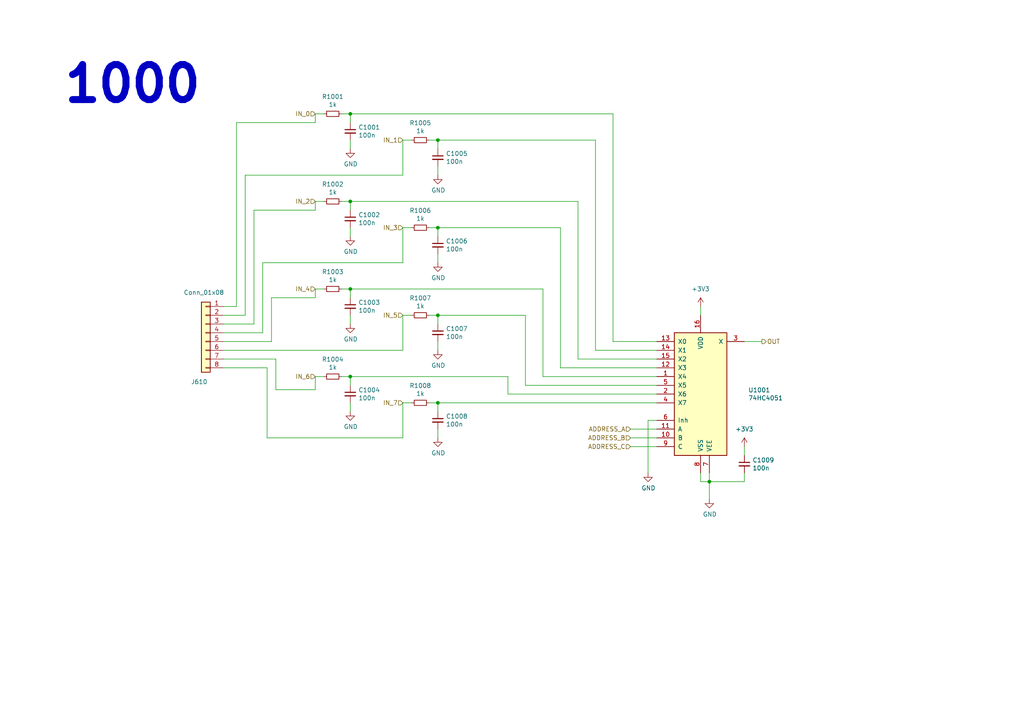
<source format=kicad_sch>
(kicad_sch (version 20250114) (generator "eeschema") (generator_version "9.0")
  (paper "A4")
  (lib_symbols
    (symbol "+3V3_1" (power) (pin_names (offset 0))
      (property "Value" "+3V3" (at 0 3.556 0))
      (symbol "+3V3_1_0_1"
        (polyline (pts (xy -0.762 1.27) (xy 0 2.54)))
        (polyline (pts (xy 0 2.54) (xy 0.762 1.27)))
        (polyline (pts (xy 0 0) (xy 0 2.54)))
      )
      (symbol "+3V3_1_1_1"
        (pin power_in line (at 0 0 90) (length 0) (hide yes) (name "+3V3") (number "1"))
      )
    )
    (symbol "CAP_1" (pin_numbers (hide yes)) (pin_names (offset 0.254) (hide yes))
      (property "Reference" "C" (at 0.254 1.778 0))
      (symbol "CAP_1_0_1"
        (polyline (pts (xy -1.524 0.508) (xy 1.524 0.508)) (stroke (width 0.3048)))
        (polyline (pts (xy -1.524 -0.508) (xy 1.524 -0.508)) (stroke (width 0.3302)))
      )
      (symbol "CAP_1_1_1"
        (pin passive line (at 0 2.54 270) (length 2.032) (name "~") (number "1"))
        (pin passive line (at 0 -2.54 90) (length 2.032) (name "~") (number "2"))
      )
    )
    (symbol "CAP_2" (pin_numbers (hide yes)) (pin_names (offset 0.254) (hide yes))
      (property "Reference" "C" (at 0.254 1.778 0))
      (symbol "CAP_2_0_1"
        (polyline (pts (xy -1.524 0.508) (xy 1.524 0.508)) (stroke (width 0.3048)))
        (polyline (pts (xy -1.524 -0.508) (xy 1.524 -0.508)) (stroke (width 0.3302)))
      )
      (symbol "CAP_2_1_1"
        (pin passive line (at 0 2.54 270) (length 2.032) (name "~") (number "1"))
        (pin passive line (at 0 -2.54 90) (length 2.032) (name "~") (number "2"))
      )
    )
    (symbol "CAP_3" (pin_numbers (hide yes)) (pin_names (offset 0.254) (hide yes))
      (property "Reference" "C" (at 0.254 1.778 0))
      (symbol "CAP_3_0_1"
        (polyline (pts (xy -1.524 0.508) (xy 1.524 0.508)) (stroke (width 0.3048)))
        (polyline (pts (xy -1.524 -0.508) (xy 1.524 -0.508)) (stroke (width 0.3302)))
      )
      (symbol "CAP_3_1_1"
        (pin passive line (at 0 2.54 270) (length 2.032) (name "~") (number "1"))
        (pin passive line (at 0 -2.54 90) (length 2.032) (name "~") (number "2"))
      )
    )
    (symbol "CAP_4" (pin_numbers (hide yes)) (pin_names (offset 0.254) (hide yes))
      (property "Reference" "C" (at 0.254 1.778 0))
      (symbol "CAP_4_0_1"
        (polyline (pts (xy -1.524 0.508) (xy 1.524 0.508)) (stroke (width 0.3048)))
        (polyline (pts (xy -1.524 -0.508) (xy 1.524 -0.508)) (stroke (width 0.3302)))
      )
      (symbol "CAP_4_1_1"
        (pin passive line (at 0 2.54 270) (length 2.032) (name "~") (number "1"))
        (pin passive line (at 0 -2.54 90) (length 2.032) (name "~") (number "2"))
      )
    )
    (symbol "CAP_5" (pin_numbers (hide yes)) (pin_names (offset 0.254) (hide yes))
      (property "Reference" "C" (at 0.254 1.778 0))
      (symbol "CAP_5_0_1"
        (polyline (pts (xy -1.524 0.508) (xy 1.524 0.508)) (stroke (width 0.3048)))
        (polyline (pts (xy -1.524 -0.508) (xy 1.524 -0.508)) (stroke (width 0.3302)))
      )
      (symbol "CAP_5_1_1"
        (pin passive line (at 0 2.54 270) (length 2.032) (name "~") (number "1"))
        (pin passive line (at 0 -2.54 90) (length 2.032) (name "~") (number "2"))
      )
    )
    (symbol "CAP_6" (pin_numbers (hide yes)) (pin_names (offset 0.254) (hide yes))
      (property "Reference" "C" (at 0.254 1.778 0))
      (symbol "CAP_6_0_1"
        (polyline (pts (xy -1.524 0.508) (xy 1.524 0.508)) (stroke (width 0.3048)))
        (polyline (pts (xy -1.524 -0.508) (xy 1.524 -0.508)) (stroke (width 0.3302)))
      )
      (symbol "CAP_6_1_1"
        (pin passive line (at 0 2.54 270) (length 2.032) (name "~") (number "1"))
        (pin passive line (at 0 -2.54 90) (length 2.032) (name "~") (number "2"))
      )
    )
    (symbol "CAP_7" (pin_numbers (hide yes)) (pin_names (offset 0.254) (hide yes))
      (property "Reference" "C" (at 0.254 1.778 0))
      (symbol "CAP_7_0_1"
        (polyline (pts (xy -1.524 0.508) (xy 1.524 0.508)) (stroke (width 0.3048)))
        (polyline (pts (xy -1.524 -0.508) (xy 1.524 -0.508)) (stroke (width 0.3302)))
      )
      (symbol "CAP_7_1_1"
        (pin passive line (at 0 2.54 270) (length 2.032) (name "~") (number "1"))
        (pin passive line (at 0 -2.54 90) (length 2.032) (name "~") (number "2"))
      )
    )
    (symbol "CAP_8" (pin_numbers (hide yes)) (pin_names (offset 0.254) (hide yes))
      (property "Reference" "C" (at 0.254 1.778 0))
      (symbol "CAP_8_0_1"
        (polyline (pts (xy -1.524 0.508) (xy 1.524 0.508)) (stroke (width 0.3048)))
        (polyline (pts (xy -1.524 -0.508) (xy 1.524 -0.508)) (stroke (width 0.3302)))
      )
      (symbol "CAP_8_1_1"
        (pin passive line (at 0 2.54 270) (length 2.032) (name "~") (number "1"))
        (pin passive line (at 0 -2.54 90) (length 2.032) (name "~") (number "2"))
      )
    )
    (symbol "Connector_Generic:Conn_01x08" (pin_names (offset 1.016) (hide yes))
      (property "Reference" "J" (at 0 10.16 0))
      (property "Value" "Conn_01x08" (at 0 -12.7 0))
      (symbol "Conn_01x08_1_1"
        (rectangle (start -1.27 8.89) (end 1.27 -11.43) (stroke (width 0.254)) (fill (type background)))
        (rectangle (start -1.27 7.747) (end 0 7.493) (stroke (width 0.1524)))
        (rectangle (start -1.27 5.207) (end 0 4.953) (stroke (width 0.1524)))
        (rectangle (start -1.27 2.667) (end 0 2.413) (stroke (width 0.1524)))
        (rectangle (start -1.27 0.127) (end 0 -0.127) (stroke (width 0.1524)))
        (rectangle (start -1.27 -2.413) (end 0 -2.667) (stroke (width 0.1524)))
        (rectangle (start -1.27 -4.953) (end 0 -5.207) (stroke (width 0.1524)))
        (rectangle (start -1.27 -7.493) (end 0 -7.747) (stroke (width 0.1524)))
        (rectangle (start -1.27 -10.033) (end 0 -10.287) (stroke (width 0.1524)))
        (pin passive line (at -5.08 7.62 0) (length 3.81) (name "Pin_1") (number "1"))
        (pin passive line (at -5.08 5.08 0) (length 3.81) (name "Pin_2") (number "2"))
        (pin passive line (at -5.08 2.54 0) (length 3.81) (name "Pin_3") (number "3"))
        (pin passive line (at -5.08 0 0) (length 3.81) (name "Pin_4") (number "4"))
        (pin passive line (at -5.08 -2.54 0) (length 3.81) (name "Pin_5") (number "5"))
        (pin passive line (at -5.08 -5.08 0) (length 3.81) (name "Pin_6") (number "6"))
        (pin passive line (at -5.08 -7.62 0) (length 3.81) (name "Pin_7") (number "7"))
        (pin passive line (at -5.08 -10.16 0) (length 3.81) (name "Pin_8") (number "8"))
      )
    )
    (symbol "GND_1" (power) (pin_names (offset 0))
      (property "Value" "GND" (at 0 -3.81 0))
      (symbol "GND_1_0_1"
        (polyline (pts (xy 0 0) (xy 0 -1.27) (xy 1.27 -1.27) (xy 0 -2.54) (xy -1.27 -1.27) (xy 0 -1.27)))
      )
      (symbol "GND_1_1_1"
        (pin power_in line (at 0 0 270) (length 0) (hide yes) (name "GND") (number "1"))
      )
    )
    (symbol "GND_2" (power) (pin_names (offset 0))
      (property "Value" "GND" (at 0 -3.81 0))
      (symbol "GND_2_0_1"
        (polyline (pts (xy 0 0) (xy 0 -1.27) (xy 1.27 -1.27) (xy 0 -2.54) (xy -1.27 -1.27) (xy 0 -1.27)))
      )
      (symbol "GND_2_1_1"
        (pin power_in line (at 0 0 270) (length 0) (hide yes) (name "GND") (number "1"))
      )
    )
    (symbol "GND_3" (power) (pin_names (offset 0))
      (property "Value" "GND" (at 0 -3.81 0))
      (symbol "GND_3_0_1"
        (polyline (pts (xy 0 0) (xy 0 -1.27) (xy 1.27 -1.27) (xy 0 -2.54) (xy -1.27 -1.27) (xy 0 -1.27)))
      )
      (symbol "GND_3_1_1"
        (pin power_in line (at 0 0 270) (length 0) (hide yes) (name "GND") (number "1"))
      )
    )
    (symbol "GND_4" (power) (pin_names (offset 0))
      (property "Value" "GND" (at 0 -3.81 0))
      (symbol "GND_4_0_1"
        (polyline (pts (xy 0 0) (xy 0 -1.27) (xy 1.27 -1.27) (xy 0 -2.54) (xy -1.27 -1.27) (xy 0 -1.27)))
      )
      (symbol "GND_4_1_1"
        (pin power_in line (at 0 0 270) (length 0) (hide yes) (name "GND") (number "1"))
      )
    )
    (symbol "GND_5" (power) (pin_names (offset 0))
      (property "Value" "GND" (at 0 -3.81 0))
      (symbol "GND_5_0_1"
        (polyline (pts (xy 0 0) (xy 0 -1.27) (xy 1.27 -1.27) (xy 0 -2.54) (xy -1.27 -1.27) (xy 0 -1.27)))
      )
      (symbol "GND_5_1_1"
        (pin power_in line (at 0 0 270) (length 0) (hide yes) (name "GND") (number "1"))
      )
    )
    (symbol "GND_6" (power) (pin_names (offset 0))
      (property "Value" "GND" (at 0 -3.81 0))
      (symbol "GND_6_0_1"
        (polyline (pts (xy 0 0) (xy 0 -1.27) (xy 1.27 -1.27) (xy 0 -2.54) (xy -1.27 -1.27) (xy 0 -1.27)))
      )
      (symbol "GND_6_1_1"
        (pin power_in line (at 0 0 270) (length 0) (hide yes) (name "GND") (number "1"))
      )
    )
    (symbol "GND_7" (power) (pin_names (offset 0))
      (property "Value" "GND" (at 0 -3.81 0))
      (symbol "GND_7_0_1"
        (polyline (pts (xy 0 0) (xy 0 -1.27) (xy 1.27 -1.27) (xy 0 -2.54) (xy -1.27 -1.27) (xy 0 -1.27)))
      )
      (symbol "GND_7_1_1"
        (pin power_in line (at 0 0 270) (length 0) (hide yes) (name "GND") (number "1"))
      )
    )
    (symbol "GND_8" (power) (pin_names (offset 0))
      (property "Value" "GND" (at 0 -3.81 0))
      (symbol "GND_8_0_1"
        (polyline (pts (xy 0 0) (xy 0 -1.27) (xy 1.27 -1.27) (xy 0 -2.54) (xy -1.27 -1.27) (xy 0 -1.27)))
      )
      (symbol "GND_8_1_1"
        (pin power_in line (at 0 0 270) (length 0) (hide yes) (name "GND") (number "1"))
      )
    )
    (symbol "GND_9" (power) (pin_names (offset 0))
      (property "Value" "GND" (at 0 -3.81 0))
      (symbol "GND_9_0_1"
        (polyline (pts (xy 0 0) (xy 0 -1.27) (xy 1.27 -1.27) (xy 0 -2.54) (xy -1.27 -1.27) (xy 0 -1.27)))
      )
      (symbol "GND_9_1_1"
        (pin power_in line (at 0 0 270) (length 0) (hide yes) (name "GND") (number "1"))
      )
    )
    (symbol "RES_1" (pin_numbers (hide yes)) (pin_names (offset 0.254) (hide yes))
      (property "Reference" "R" (at 0.762 0.508 0))
      (symbol "RES_1_1_1"
        (rectangle (start -0.762 1.778) (end 0.762 -1.778) (stroke (width 0.2032)))
        (pin passive line (at 0 2.54 270) (length 0.762) (name "~") (number "1"))
        (pin passive line (at 0 -2.54 90) (length 0.762) (name "~") (number "2"))
      )
    )
    (symbol "RES_2" (pin_numbers (hide yes)) (pin_names (offset 0.254) (hide yes))
      (property "Reference" "R" (at 0.762 0.508 0))
      (symbol "RES_2_1_1"
        (rectangle (start -0.762 1.778) (end 0.762 -1.778) (stroke (width 0.2032)))
        (pin passive line (at 0 2.54 270) (length 0.762) (name "~") (number "1"))
        (pin passive line (at 0 -2.54 90) (length 0.762) (name "~") (number "2"))
      )
    )
    (symbol "RES_3" (pin_numbers (hide yes)) (pin_names (offset 0.254) (hide yes))
      (property "Reference" "R" (at 0.762 0.508 0))
      (symbol "RES_3_1_1"
        (rectangle (start -0.762 1.778) (end 0.762 -1.778) (stroke (width 0.2032)))
        (pin passive line (at 0 2.54 270) (length 0.762) (name "~") (number "1"))
        (pin passive line (at 0 -2.54 90) (length 0.762) (name "~") (number "2"))
      )
    )
    (symbol "RES_4" (pin_numbers (hide yes)) (pin_names (offset 0.254) (hide yes))
      (property "Reference" "R" (at 0.762 0.508 0))
      (symbol "RES_4_1_1"
        (rectangle (start -0.762 1.778) (end 0.762 -1.778) (stroke (width 0.2032)))
        (pin passive line (at 0 2.54 270) (length 0.762) (name "~") (number "1"))
        (pin passive line (at 0 -2.54 90) (length 0.762) (name "~") (number "2"))
      )
    )
    (symbol "RES_5" (pin_numbers (hide yes)) (pin_names (offset 0.254) (hide yes))
      (property "Reference" "R" (at 0.762 0.508 0))
      (symbol "RES_5_1_1"
        (rectangle (start -0.762 1.778) (end 0.762 -1.778) (stroke (width 0.2032)))
        (pin passive line (at 0 2.54 270) (length 0.762) (name "~") (number "1"))
        (pin passive line (at 0 -2.54 90) (length 0.762) (name "~") (number "2"))
      )
    )
    (symbol "RES_6" (pin_numbers (hide yes)) (pin_names (offset 0.254) (hide yes))
      (property "Reference" "R" (at 0.762 0.508 0))
      (symbol "RES_6_1_1"
        (rectangle (start -0.762 1.778) (end 0.762 -1.778) (stroke (width 0.2032)))
        (pin passive line (at 0 2.54 270) (length 0.762) (name "~") (number "1"))
        (pin passive line (at 0 -2.54 90) (length 0.762) (name "~") (number "2"))
      )
    )
    (symbol "RES_7" (pin_numbers (hide yes)) (pin_names (offset 0.254) (hide yes))
      (property "Reference" "R" (at 0.762 0.508 0))
      (symbol "RES_7_1_1"
        (rectangle (start -0.762 1.778) (end 0.762 -1.778) (stroke (width 0.2032)))
        (pin passive line (at 0 2.54 270) (length 0.762) (name "~") (number "1"))
        (pin passive line (at 0 -2.54 90) (length 0.762) (name "~") (number "2"))
      )
    )
    (symbol "power:+3V3" (power) (pin_names (offset 0))
      (property "Value" "+3V3" (at 0 3.556 0))
      (symbol "+3V3_0_1"
        (polyline (pts (xy -0.762 1.27) (xy 0 2.54)))
        (polyline (pts (xy 0 2.54) (xy 0.762 1.27)))
        (polyline (pts (xy 0 0) (xy 0 2.54)))
      )
      (symbol "+3V3_1_1"
        (pin power_in line (at 0 0 90) (length 0) (hide yes) (name "+3V3") (number "1"))
      )
    )
    (symbol "power:GND" (power) (pin_names (offset 0))
      (property "Value" "GND" (at 0 -3.81 0))
      (symbol "GND_0_1"
        (polyline (pts (xy 0 0) (xy 0 -1.27) (xy 1.27 -1.27) (xy 0 -2.54) (xy -1.27 -1.27) (xy 0 -1.27)))
      )
      (symbol "GND_1_1"
        (pin power_in line (at 0 0 270) (length 0) (hide yes) (name "GND") (number "1"))
      )
    )
    (symbol "suku_basics:74HC4051" (pin_names (offset 1.016))
      (property "Reference" "U" (at -7.62 19.05 0))
      (property "Value" "74HC4051" (at -7.62 -19.05 0))
      (symbol "74HC4051_1_0"
        (pin passive line (at -12.7 15.24 0) (length 5.08) (name "X0") (number "13"))
        (pin passive line (at -12.7 12.7 0) (length 5.08) (name "X1") (number "14"))
        (pin passive line (at -12.7 10.16 0) (length 5.08) (name "X2") (number "15"))
        (pin passive line (at -12.7 7.62 0) (length 5.08) (name "X3") (number "12"))
        (pin passive line (at -12.7 5.08 0) (length 5.08) (name "X4") (number "1"))
        (pin passive line (at -12.7 2.54 0) (length 5.08) (name "X5") (number "5"))
        (pin passive line (at -12.7 0 0) (length 5.08) (name "X6") (number "2"))
        (pin passive line (at -12.7 -2.54 0) (length 5.08) (name "X7") (number "4"))
        (pin input line (at -12.7 -7.62 0) (length 5.08) (name "Inh") (number "6"))
        (pin input line (at -12.7 -10.16 0) (length 5.08) (name "A") (number "11"))
        (pin input line (at -12.7 -12.7 0) (length 5.08) (name "B") (number "10"))
        (pin input line (at -12.7 -15.24 0) (length 5.08) (name "C") (number "9"))
        (pin power_in line (at 0 22.86 270) (length 5.08) (name "VDD") (number "16"))
        (pin power_in line (at 0 -22.86 90) (length 5.08) (name "VSS") (number "8"))
        (pin power_in line (at 2.54 -22.86 90) (length 5.08) (name "VEE") (number "7"))
        (pin passive line (at 12.7 15.24 180) (length 5.08) (name "X") (number "3"))
      )
      (symbol "74HC4051_1_1"
        (rectangle (start -7.62 17.78) (end 7.62 -17.78) (stroke (width 0.254)) (fill (type background)))
      )
    )
    (symbol "suku_basics:CAP" (pin_numbers (hide yes)) (pin_names (offset 0.254) (hide yes))
      (property "Reference" "C" (at 0.254 1.778 0))
      (symbol "CAP_0_1"
        (polyline (pts (xy -1.524 0.508) (xy 1.524 0.508)) (stroke (width 0.3048)))
        (polyline (pts (xy -1.524 -0.508) (xy 1.524 -0.508)) (stroke (width 0.3302)))
      )
      (symbol "CAP_1_1"
        (pin passive line (at 0 2.54 270) (length 2.032) (name "~") (number "1"))
        (pin passive line (at 0 -2.54 90) (length 2.032) (name "~") (number "2"))
      )
    )
    (symbol "suku_basics:RES" (pin_numbers (hide yes)) (pin_names (offset 0.254) (hide yes))
      (property "Reference" "R" (at 0.762 0.508 0))
      (symbol "RES_1_1"
        (rectangle (start -0.762 1.778) (end 0.762 -1.778) (stroke (width 0.2032)))
        (pin passive line (at 0 2.54 270) (length 0.762) (name "~") (number "1"))
        (pin passive line (at 0 -2.54 90) (length 0.762) (name "~") (number "2"))
      )
    )
  )
  (text "1000" (at 17.78 30.48 0) (effects (font (size 10.16 10.16) (thickness 2.032) (bold yes)) (justify left bottom)))
  (junction (at 127 116.84))
  (junction (at 127 66.04))
  (junction (at 101.6 58.42))
  (junction (at 127 40.64))
  (junction (at 101.6 83.82))
  (junction (at 101.6 109.22))
  (junction (at 127 91.44))
  (junction (at 101.6 33.02))
  (junction (at 205.74 139.7))
  (wire (pts (xy 127 91.44) (xy 152.4 91.44)))
  (wire (pts (xy 116.84 76.2) (xy 116.84 66.04)))
  (wire (pts (xy 101.6 43.18) (xy 101.6 40.64)))
  (wire (pts (xy 162.56 106.68) (xy 162.56 66.04)))
  (wire (pts (xy 127 68.58) (xy 127 66.04)))
  (wire (pts (xy 116.84 50.8) (xy 116.84 40.64)))
  (wire (pts (xy 68.58 88.9) (xy 68.58 35.56)))
  (wire (pts (xy 101.6 119.38) (xy 101.6 116.84)))
  (wire (pts (xy 190.5 111.76) (xy 152.4 111.76)))
  (wire (pts (xy 203.2 137.16) (xy 203.2 139.7)))
  (wire (pts (xy 101.6 68.58) (xy 101.6 66.04)))
  (wire (pts (xy 215.9 139.7) (xy 215.9 137.16)))
  (wire (pts (xy 64.77 101.6) (xy 116.84 101.6)))
  (wire (pts (xy 64.77 104.14) (xy 80.01 104.14)))
  (wire (pts (xy 101.6 111.76) (xy 101.6 109.22)))
  (wire (pts (xy 91.44 33.02) (xy 93.98 33.02)))
  (wire (pts (xy 152.4 111.76) (xy 152.4 91.44)))
  (wire (pts (xy 190.5 114.3) (xy 147.32 114.3)))
  (wire (pts (xy 101.6 33.02) (xy 177.8 33.02)))
  (wire (pts (xy 187.96 121.92) (xy 190.5 121.92)))
  (wire (pts (xy 203.2 88.9) (xy 203.2 91.44)))
  (wire (pts (xy 64.77 99.06) (xy 78.74 99.06)))
  (wire (pts (xy 64.77 88.9) (xy 68.58 88.9)))
  (wire (pts (xy 64.77 96.52) (xy 76.2 96.52)))
  (wire (pts (xy 127 76.2) (xy 127 73.66)))
  (wire (pts (xy 127 40.64) (xy 172.72 40.64)))
  (wire (pts (xy 64.77 91.44) (xy 71.12 91.44)))
  (wire (pts (xy 91.44 83.82) (xy 93.98 83.82)))
  (wire (pts (xy 91.44 35.56) (xy 91.44 33.02)))
  (wire (pts (xy 127 66.04) (xy 162.56 66.04)))
  (wire (pts (xy 101.6 93.98) (xy 101.6 91.44)))
  (wire (pts (xy 80.01 113.03) (xy 91.44 113.03)))
  (wire (pts (xy 101.6 109.22) (xy 147.32 109.22)))
  (wire (pts (xy 78.74 86.36) (xy 91.44 86.36)))
  (wire (pts (xy 91.44 86.36) (xy 91.44 83.82)))
  (wire (pts (xy 172.72 101.6) (xy 172.72 40.64)))
  (wire (pts (xy 73.66 60.96) (xy 91.44 60.96)))
  (wire (pts (xy 215.9 129.54) (xy 215.9 132.08)))
  (wire (pts (xy 80.01 104.14) (xy 80.01 113.03)))
  (wire (pts (xy 99.06 83.82) (xy 101.6 83.82)))
  (wire (pts (xy 76.2 76.2) (xy 116.84 76.2)))
  (wire (pts (xy 71.12 91.44) (xy 71.12 50.8)))
  (wire (pts (xy 68.58 35.56) (xy 91.44 35.56)))
  (wire (pts (xy 101.6 35.56) (xy 101.6 33.02)))
  (wire (pts (xy 101.6 58.42) (xy 167.64 58.42)))
  (wire (pts (xy 78.74 99.06) (xy 78.74 86.36)))
  (wire (pts (xy 205.74 144.78) (xy 205.74 139.7)))
  (wire (pts (xy 127 116.84) (xy 190.5 116.84)))
  (wire (pts (xy 119.38 116.84) (xy 116.84 116.84)))
  (wire (pts (xy 119.38 40.64) (xy 116.84 40.64)))
  (wire (pts (xy 71.12 50.8) (xy 116.84 50.8)))
  (wire (pts (xy 167.64 104.14) (xy 167.64 58.42)))
  (wire (pts (xy 190.5 101.6) (xy 172.72 101.6)))
  (wire (pts (xy 101.6 33.02) (xy 99.06 33.02)))
  (wire (pts (xy 101.6 86.36) (xy 101.6 83.82)))
  (wire (pts (xy 64.77 106.68) (xy 77.47 106.68)))
  (wire (pts (xy 187.96 137.16) (xy 187.96 121.92)))
  (wire (pts (xy 190.5 99.06) (xy 177.8 99.06)))
  (wire (pts (xy 99.06 109.22) (xy 101.6 109.22)))
  (wire (pts (xy 182.88 124.46) (xy 190.5 124.46)))
  (wire (pts (xy 119.38 91.44) (xy 116.84 91.44)))
  (wire (pts (xy 77.47 127) (xy 116.84 127)))
  (wire (pts (xy 91.44 113.03) (xy 91.44 109.22)))
  (wire (pts (xy 190.5 104.14) (xy 167.64 104.14)))
  (wire (pts (xy 147.32 114.3) (xy 147.32 109.22)))
  (wire (pts (xy 124.46 116.84) (xy 127 116.84)))
  (wire (pts (xy 116.84 116.84) (xy 116.84 127)))
  (wire (pts (xy 124.46 66.04) (xy 127 66.04)))
  (wire (pts (xy 157.48 109.22) (xy 157.48 83.82)))
  (wire (pts (xy 127 50.8) (xy 127 48.26)))
  (wire (pts (xy 205.74 139.7) (xy 215.9 139.7)))
  (wire (pts (xy 116.84 101.6) (xy 116.84 91.44)))
  (wire (pts (xy 99.06 58.42) (xy 101.6 58.42)))
  (wire (pts (xy 177.8 99.06) (xy 177.8 33.02)))
  (wire (pts (xy 127 127) (xy 127 124.46)))
  (wire (pts (xy 182.88 129.54) (xy 190.5 129.54)))
  (wire (pts (xy 190.5 109.22) (xy 157.48 109.22)))
  (wire (pts (xy 190.5 127) (xy 182.88 127)))
  (wire (pts (xy 73.66 93.98) (xy 73.66 60.96)))
  (wire (pts (xy 127 101.6) (xy 127 99.06)))
  (wire (pts (xy 203.2 139.7) (xy 205.74 139.7)))
  (wire (pts (xy 119.38 66.04) (xy 116.84 66.04)))
  (wire (pts (xy 205.74 139.7) (xy 205.74 137.16)))
  (wire (pts (xy 77.47 106.68) (xy 77.47 127)))
  (wire (pts (xy 127 93.98) (xy 127 91.44)))
  (wire (pts (xy 91.44 58.42) (xy 93.98 58.42)))
  (wire (pts (xy 124.46 91.44) (xy 127 91.44)))
  (wire (pts (xy 127 43.18) (xy 127 40.64)))
  (wire (pts (xy 91.44 58.42) (xy 91.44 60.96)))
  (wire (pts (xy 124.46 40.64) (xy 127 40.64)))
  (wire (pts (xy 127 119.38) (xy 127 116.84)))
  (wire (pts (xy 76.2 96.52) (xy 76.2 76.2)))
  (wire (pts (xy 101.6 58.42) (xy 101.6 60.96)))
  (wire (pts (xy 101.6 83.82) (xy 157.48 83.82)))
  (wire (pts (xy 64.77 93.98) (xy 73.66 93.98)))
  (wire (pts (xy 91.44 109.22) (xy 93.98 109.22)))
  (wire (pts (xy 190.5 106.68) (xy 162.56 106.68)))
  (wire (pts (xy 215.9 99.06) (xy 220.98 99.06)))
  (hierarchical_label "IN_1" (shape input) (at 116.84 40.64 180))
  (hierarchical_label "IN_7" (shape input) (at 116.84 116.84 180))
  (hierarchical_label "IN_2" (shape input) (at 91.44 58.42 180))
  (hierarchical_label "IN_0" (shape input) (at 91.44 33.02 180))
  (hierarchical_label "OUT" (shape output) (at 220.98 99.06 0))
  (hierarchical_label "ADDRESS_C" (shape input) (at 182.88 129.54 180))
  (hierarchical_label "IN_5" (shape input) (at 116.84 91.44 180))
  (hierarchical_label "ADDRESS_B" (shape input) (at 182.88 127 180))
  (hierarchical_label "IN_4" (shape input) (at 91.44 83.82 180))
  (hierarchical_label "IN_3" (shape input) (at 116.84 66.04 180))
  (hierarchical_label "ADDRESS_A" (shape input) (at 182.88 124.46 180))
  (hierarchical_label "IN_6" (shape input) (at 91.44 109.22 180))
  (symbol (lib_id "suku_basics:CAP") (at 215.9 134.62 0) (unit 1)
    (property "Reference" "C1009" (at 218.2368 133.4516 0) (effects (justify left)))
    (property "Value" "100n" (at 218.2368 135.763 0) (effects (justify left)))
    (property "Footprint" "suku_basics:CAP_0402" (effects (hide yes)))
    (instances (project "PCBA-TEK1" (path "" (reference "C1009") (unit 1)) (path "" (reference "C1018") (unit 1))))
  )
  (symbol (lib_id "power:GND") (at 205.74 144.78 0) (unit 1)
    (property "Reference" "#PWR01011" (effects (hide yes)))
    (property "Value" "GND" (at 205.867 149.1742 0))
    (instances (project "PCBA-TEK1" (path "" (reference "#PWR01011") (unit 1)) (path "" (reference "#PWR01023") (unit 1))))
  )
  (symbol (lib_id "suku_basics:RES") (at 96.52 33.02 270) (unit 1)
    (property "Reference" "R1001" (at 96.52 28.0416 90))
    (property "Value" "1k" (at 96.52 30.353 90))
    (property "Footprint" "suku_basics:RES_0402" (effects (hide yes)))
    (instances (project "PCBA-TEK1" (path "" (reference "R1001") (unit 1)) (path "" (reference "R1009") (unit 1))))
  )
  (symbol (lib_name "RES_7") (lib_id "suku_basics:RES") (at 121.92 40.64 270) (unit 1)
    (property "Reference" "R1005" (at 121.92 35.6616 90))
    (property "Value" "1k" (at 121.92 37.973 90))
    (property "Footprint" "suku_basics:RES_0402" (effects (hide yes)))
    (instances (project "PCBA-TEK1" (path "" (reference "R1005") (unit 1)) (path "" (reference "R1013") (unit 1))))
  )
  (symbol (lib_name "RES_6") (lib_id "suku_basics:RES") (at 96.52 58.42 270) (unit 1)
    (property "Reference" "R1002" (at 96.52 53.4416 90))
    (property "Value" "1k" (at 96.52 55.753 90))
    (property "Footprint" "suku_basics:RES_0402" (effects (hide yes)))
    (instances (project "PCBA-TEK1" (path "" (reference "R1002") (unit 1)) (path "" (reference "R1010") (unit 1))))
  )
  (symbol (lib_name "RES_4") (lib_id "suku_basics:RES") (at 121.92 66.04 270) (unit 1)
    (property "Reference" "R1006" (at 121.92 61.0616 90))
    (property "Value" "1k" (at 121.92 63.373 90))
    (property "Footprint" "suku_basics:RES_0402" (effects (hide yes)))
    (instances (project "PCBA-TEK1" (path "" (reference "R1006") (unit 1)) (path "" (reference "R1014") (unit 1))))
  )
  (symbol (lib_name "RES_3") (lib_id "suku_basics:RES") (at 96.52 83.82 270) (unit 1)
    (property "Reference" "R1003" (at 96.52 78.8416 90))
    (property "Value" "1k" (at 96.52 81.153 90))
    (property "Footprint" "suku_basics:RES_0402" (effects (hide yes)))
    (instances (project "PCBA-TEK1" (path "" (reference "R1003") (unit 1)) (path "" (reference "R1011") (unit 1))))
  )
  (symbol (lib_name "RES_2") (lib_id "suku_basics:RES") (at 121.92 91.44 270) (unit 1)
    (property "Reference" "R1007" (at 121.92 86.4616 90))
    (property "Value" "1k" (at 121.92 88.773 90))
    (property "Footprint" "suku_basics:RES_0402" (effects (hide yes)))
    (instances (project "PCBA-TEK1" (path "" (reference "R1007") (unit 1)) (path "" (reference "R1015") (unit 1))))
  )
  (symbol (lib_name "RES_5") (lib_id "suku_basics:RES") (at 96.52 109.22 270) (unit 1)
    (property "Reference" "R1004" (at 96.52 104.2416 90))
    (property "Value" "1k" (at 96.52 106.553 90))
    (property "Footprint" "suku_basics:RES_0402" (effects (hide yes)))
    (instances (project "PCBA-TEK1" (path "" (reference "R1004") (unit 1)) (path "" (reference "R1012") (unit 1))))
  )
  (symbol (lib_name "RES_1") (lib_id "suku_basics:RES") (at 121.92 116.84 270) (unit 1)
    (property "Reference" "R1008" (at 121.92 111.8616 90))
    (property "Value" "1k" (at 121.92 114.173 90))
    (property "Footprint" "suku_basics:RES_0402" (effects (hide yes)))
    (instances (project "PCBA-TEK1" (path "" (reference "R1008") (unit 1)) (path "" (reference "R1016") (unit 1))))
  )
  (symbol (lib_name "CAP_8") (lib_id "suku_basics:CAP") (at 101.6 38.1 0) (unit 1)
    (property "Reference" "C1001" (at 103.9368 36.9316 0) (effects (justify left)))
    (property "Value" "100n" (at 103.9368 39.243 0) (effects (justify left)))
    (property "Footprint" "suku_basics:CAP_0402" (effects (hide yes)))
    (instances (project "PCBA-TEK1" (path "" (reference "C1001") (unit 1)) (path "" (reference "C1010") (unit 1))))
  )
  (symbol (lib_name "GND_9") (lib_id "power:GND") (at 101.6 43.18 0) (unit 1)
    (property "Reference" "#PWR01001" (effects (hide yes)))
    (property "Value" "GND" (at 101.727 47.5742 0))
    (instances (project "PCBA-TEK1" (path "" (reference "#PWR01001") (unit 1)) (path "" (reference "#PWR01013") (unit 1))))
  )
  (symbol (lib_name "CAP_7") (lib_id "suku_basics:CAP") (at 127 45.72 0) (unit 1)
    (property "Reference" "C1005" (at 129.3368 44.5516 0) (effects (justify left)))
    (property "Value" "100n" (at 129.3368 46.863 0) (effects (justify left)))
    (property "Footprint" "suku_basics:CAP_0402" (effects (hide yes)))
    (instances (project "PCBA-TEK1" (path "" (reference "C1005") (unit 1)) (path "" (reference "C1014") (unit 1))))
  )
  (symbol (lib_name "GND_7") (lib_id "power:GND") (at 127 50.8 0) (unit 1)
    (property "Reference" "#PWR01005" (effects (hide yes)))
    (property "Value" "GND" (at 127.127 55.1942 0))
    (instances (project "PCBA-TEK1" (path "" (reference "#PWR01005") (unit 1)) (path "" (reference "#PWR01017") (unit 1))))
  )
  (symbol (lib_name "CAP_6") (lib_id "suku_basics:CAP") (at 101.6 63.5 0) (unit 1)
    (property "Reference" "C1002" (at 103.9368 62.3316 0) (effects (justify left)))
    (property "Value" "100n" (at 103.9368 64.643 0) (effects (justify left)))
    (property "Footprint" "suku_basics:CAP_0402" (effects (hide yes)))
    (instances (project "PCBA-TEK1" (path "" (reference "C1002") (unit 1)) (path "" (reference "C1011") (unit 1))))
  )
  (symbol (lib_name "GND_6") (lib_id "power:GND") (at 101.6 68.58 0) (unit 1)
    (property "Reference" "#PWR01002" (effects (hide yes)))
    (property "Value" "GND" (at 101.727 72.9742 0))
    (instances (project "PCBA-TEK1" (path "" (reference "#PWR01002") (unit 1)) (path "" (reference "#PWR01014") (unit 1))))
  )
  (symbol (lib_name "CAP_5") (lib_id "suku_basics:CAP") (at 127 71.12 0) (unit 1)
    (property "Reference" "C1006" (at 129.3368 69.9516 0) (effects (justify left)))
    (property "Value" "100n" (at 129.3368 72.263 0) (effects (justify left)))
    (property "Footprint" "suku_basics:CAP_0402" (effects (hide yes)))
    (instances (project "PCBA-TEK1" (path "" (reference "C1006") (unit 1)) (path "" (reference "C1015") (unit 1))))
  )
  (symbol (lib_name "GND_8") (lib_id "power:GND") (at 127 76.2 0) (unit 1)
    (property "Reference" "#PWR01006" (effects (hide yes)))
    (property "Value" "GND" (at 127.127 80.5942 0))
    (instances (project "PCBA-TEK1" (path "" (reference "#PWR01006") (unit 1)) (path "" (reference "#PWR01018") (unit 1))))
  )
  (symbol (lib_name "CAP_4") (lib_id "suku_basics:CAP") (at 101.6 88.9 0) (unit 1)
    (property "Reference" "C1003" (at 103.9368 87.7316 0) (effects (justify left)))
    (property "Value" "100n" (at 103.9368 90.043 0) (effects (justify left)))
    (property "Footprint" "suku_basics:CAP_0402" (effects (hide yes)))
    (instances (project "PCBA-TEK1" (path "" (reference "C1003") (unit 1)) (path "" (reference "C1012") (unit 1))))
  )
  (symbol (lib_name "GND_5") (lib_id "power:GND") (at 101.6 93.98 0) (unit 1)
    (property "Reference" "#PWR01003" (effects (hide yes)))
    (property "Value" "GND" (at 101.727 98.3742 0))
    (instances (project "PCBA-TEK1" (path "" (reference "#PWR01003") (unit 1)) (path "" (reference "#PWR01015") (unit 1))))
  )
  (symbol (lib_name "CAP_3") (lib_id "suku_basics:CAP") (at 127 96.52 0) (unit 1)
    (property "Reference" "C1007" (at 129.3368 95.3516 0) (effects (justify left)))
    (property "Value" "100n" (at 129.3368 97.663 0) (effects (justify left)))
    (property "Footprint" "suku_basics:CAP_0402" (effects (hide yes)))
    (instances (project "PCBA-TEK1" (path "" (reference "C1007") (unit 1)) (path "" (reference "C1016") (unit 1))))
  )
  (symbol (lib_name "GND_3") (lib_id "power:GND") (at 127 101.6 0) (unit 1)
    (property "Reference" "#PWR01007" (effects (hide yes)))
    (property "Value" "GND" (at 127.127 105.9942 0))
    (instances (project "PCBA-TEK1" (path "" (reference "#PWR01007") (unit 1)) (path "" (reference "#PWR01019") (unit 1))))
  )
  (symbol (lib_name "CAP_2") (lib_id "suku_basics:CAP") (at 101.6 114.3 0) (unit 1)
    (property "Reference" "C1004" (at 103.9368 113.1316 0) (effects (justify left)))
    (property "Value" "100n" (at 103.9368 115.443 0) (effects (justify left)))
    (property "Footprint" "suku_basics:CAP_0402" (effects (hide yes)))
    (instances (project "PCBA-TEK1" (path "" (reference "C1004") (unit 1)) (path "" (reference "C1013") (unit 1))))
  )
  (symbol (lib_name "GND_2") (lib_id "power:GND") (at 101.6 119.38 0) (unit 1)
    (property "Reference" "#PWR01004" (effects (hide yes)))
    (property "Value" "GND" (at 101.727 123.7742 0))
    (instances (project "PCBA-TEK1" (path "" (reference "#PWR01004") (unit 1)) (path "" (reference "#PWR01016") (unit 1))))
  )
  (symbol (lib_name "CAP_1") (lib_id "suku_basics:CAP") (at 127 121.92 0) (unit 1)
    (property "Reference" "C1008" (at 129.3368 120.7516 0) (effects (justify left)))
    (property "Value" "100n" (at 129.3368 123.063 0) (effects (justify left)))
    (property "Footprint" "suku_basics:CAP_0402" (effects (hide yes)))
    (instances (project "PCBA-TEK1" (path "" (reference "C1008") (unit 1)) (path "" (reference "C1017") (unit 1))))
  )
  (symbol (lib_name "GND_4") (lib_id "power:GND") (at 127 127 0) (unit 1)
    (property "Reference" "#PWR01008" (effects (hide yes)))
    (property "Value" "GND" (at 127.127 131.3942 0))
    (instances (project "PCBA-TEK1" (path "" (reference "#PWR01008") (unit 1)) (path "" (reference "#PWR01020") (unit 1))))
  )
  (symbol (lib_name "GND_1") (lib_id "power:GND") (at 187.96 137.16 0) (unit 1)
    (property "Reference" "#PWR01009" (effects (hide yes)))
    (property "Value" "GND" (at 188.087 141.5542 0))
    (instances (project "PCBA-TEK1" (path "" (reference "#PWR01009") (unit 1)) (path "" (reference "#PWR01021") (unit 1))))
  )
  (symbol (lib_id "suku_basics:74HC4051") (at 203.2 114.3 0) (unit 1)
    (property "Reference" "U1001" (at 217.0176 113.1316 0) (effects (justify left)))
    (property "Value" "74HC4051" (at 217.0176 115.443 0) (effects (justify left)))
    (property "Footprint" "suku_basics:SOIC-16_74HC4051" (effects (hide yes)))
    (property "Datasheet" "http://www.intersil.com/content/dam/Intersil/documents/cd40/cd4051bms-52bms-53bms.pdf" (effects (hide yes)))
    (instances (project "PCBA-TEK1" (path "" (reference "U1001") (unit 1)) (path "" (reference "U1002") (unit 1))))
  )
  (symbol (lib_id "power:+3V3") (at 215.9 129.54 0) (unit 1)
    (property "Reference" "#PWR01012" (effects (hide yes)))
    (property "Value" "+3V3" (at 215.9 124.46 0))
    (instances (project "PCBA-TEK1" (path "" (reference "#PWR01012") (unit 1)) (path "" (reference "#PWR01024") (unit 1))))
  )
  (symbol (lib_id "Connector_Generic:Conn_01x08") (at 59.69 96.52 0) (mirror y) (unit 1)
    (property "Reference" "J610" (at 60.198 110.744 0) (effects (justify left)))
    (property "Value" "Conn_01x08" (at 65.024 84.836 0) (effects (justify left)))
    (property "Footprint" "Connector_PinHeader_2.54mm:PinHeader_1x08_P2.54mm_Vertical" (effects (hide yes)))
    (property "Description" "Generic connector, single row, 01x08, script generated (kicad-library-utils/schlib/autogen/connector/)" (effects (hide yes)))
    (instances (project "" (path "" (reference "J610") (unit 1)) (path "" (reference "J611") (unit 1))))
  )
  (symbol (lib_name "+3V3_1") (lib_id "power:+3V3") (at 203.2 88.9 0) (unit 1)
    (property "Reference" "#PWR01010" (effects (hide yes)))
    (property "Value" "+3V3" (at 203.2 83.82 0))
    (instances (project "PCBA-TEK1" (path "" (reference "#PWR01010") (unit 1)) (path "" (reference "#PWR01022") (unit 1))))
  )
)
</source>
